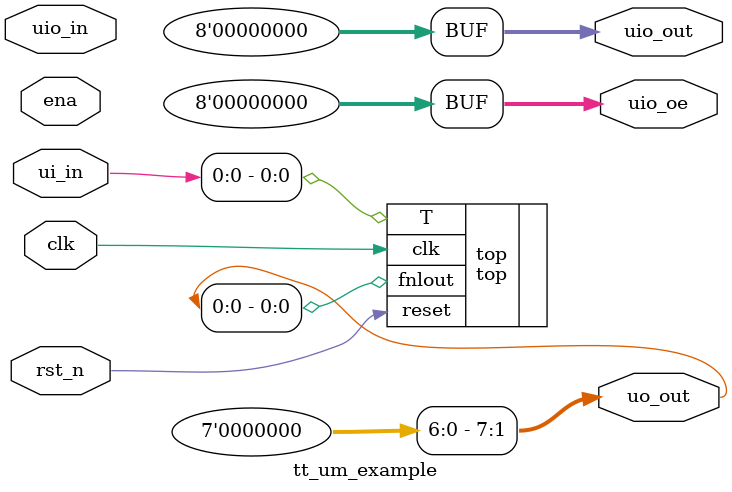
<source format=v>
/*
 * Copyright (c) 2024 Your Name
 * SPDX-License-Identifier: Apache-2.0
 */

`default_nettype none

module tt_um_example (
    input  wire [7:0] ui_in,    // Dedicated inputs
    output wire [7:0] uo_out,   // Dedicated outputs
    input  wire [7:0] uio_in,   // IOs: Input path
    output wire [7:0] uio_out,  // IOs: Output path
    output wire [7:0] uio_oe,   // IOs: Enable path (active high: 0=input, 1=output)
    input  wire       ena,      // will go high when the design is enabled
    input  wire       clk,      // clock
    input  wire       rst_n     // reset_n - low to reset
);

 // All output pins must be assigned. If not used, assign to 0.
  // assign uo_out  = ui_in + uio_in;  // Example: ou_out is the sum of ui_in and uio_in
   // assign ui_in[7:2]=6'b000000;
    assign uo_out[7:1]=7'b0;
   // assign uio_in = 0;
  assign uio_out = 0;
  assign uio_oe  = 0;
    top top  (
    .clk(clk),
    .reset(rst_n),
        .T(ui_in[0]),
		.fnlout(uo_out[0])
	
);

endmodule

</source>
